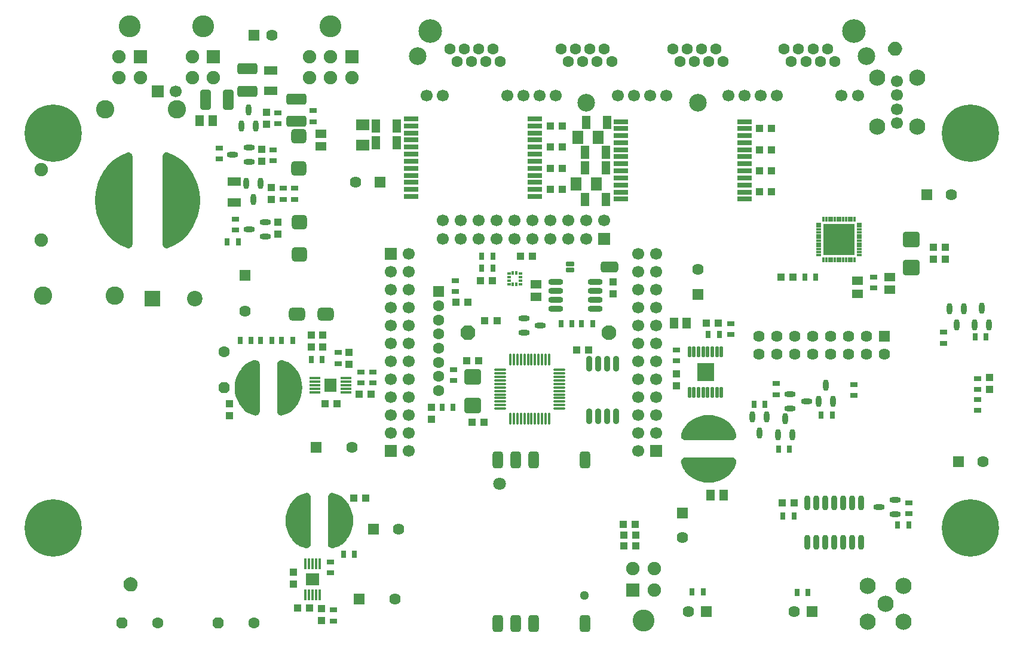
<source format=gts>
G04*
G04 #@! TF.GenerationSoftware,Altium Limited,Altium Designer,19.1.8 (144)*
G04*
G04 Layer_Color=8388736*
%FSLAX24Y24*%
%MOIN*%
G70*
G01*
G75*
%ADD48R,0.0315X0.0394*%
%ADD49R,0.0394X0.0433*%
%ADD50R,0.0610X0.0492*%
%ADD51R,0.0394X0.0315*%
%ADD52O,0.0630X0.0320*%
G04:AMPARAMS|DCode=53|XSize=114.2mil|YSize=63mil|CornerRadius=16.7mil|HoleSize=0mil|Usage=FLASHONLY|Rotation=0.000|XOffset=0mil|YOffset=0mil|HoleType=Round|Shape=RoundedRectangle|*
%AMROUNDEDRECTD53*
21,1,0.1142,0.0295,0,0,0.0*
21,1,0.0807,0.0630,0,0,0.0*
1,1,0.0335,0.0404,-0.0148*
1,1,0.0335,-0.0404,-0.0148*
1,1,0.0335,-0.0404,0.0148*
1,1,0.0335,0.0404,0.0148*
%
%ADD53ROUNDEDRECTD53*%
%ADD54O,0.0320X0.0630*%
%ADD55R,0.0728X0.0453*%
G04:AMPARAMS|DCode=56|XSize=114.2mil|YSize=63mil|CornerRadius=16.7mil|HoleSize=0mil|Usage=FLASHONLY|Rotation=270.000|XOffset=0mil|YOffset=0mil|HoleType=Round|Shape=RoundedRectangle|*
%AMROUNDEDRECTD56*
21,1,0.1142,0.0295,0,0,270.0*
21,1,0.0807,0.0630,0,0,270.0*
1,1,0.0335,-0.0148,-0.0404*
1,1,0.0335,-0.0148,0.0404*
1,1,0.0335,0.0148,0.0404*
1,1,0.0335,0.0148,-0.0404*
%
%ADD56ROUNDEDRECTD56*%
%ADD57R,0.0433X0.0394*%
%ADD58R,0.0650X0.0768*%
%ADD59O,0.0610X0.0157*%
%ADD60R,0.0768X0.0650*%
%ADD61O,0.0157X0.0610*%
%ADD62R,0.0591X0.0748*%
%ADD63R,0.0453X0.0728*%
%ADD64R,0.0748X0.0591*%
%ADD65R,0.0827X0.0291*%
G04:AMPARAMS|DCode=66|XSize=82.7mil|YSize=29.1mil|CornerRadius=8.3mil|HoleSize=0mil|Usage=FLASHONLY|Rotation=0.000|XOffset=0mil|YOffset=0mil|HoleType=Round|Shape=RoundedRectangle|*
%AMROUNDEDRECTD66*
21,1,0.0827,0.0126,0,0,0.0*
21,1,0.0661,0.0291,0,0,0.0*
1,1,0.0165,0.0331,-0.0063*
1,1,0.0165,-0.0331,-0.0063*
1,1,0.0165,-0.0331,0.0063*
1,1,0.0165,0.0331,0.0063*
%
%ADD66ROUNDEDRECTD66*%
%ADD67O,0.0335X0.0839*%
G04:AMPARAMS|DCode=68|XSize=94.5mil|YSize=59.1mil|CornerRadius=15.7mil|HoleSize=0mil|Usage=FLASHONLY|Rotation=90.000|XOffset=0mil|YOffset=0mil|HoleType=Round|Shape=RoundedRectangle|*
%AMROUNDEDRECTD68*
21,1,0.0945,0.0276,0,0,90.0*
21,1,0.0630,0.0591,0,0,90.0*
1,1,0.0315,0.0138,0.0315*
1,1,0.0315,0.0138,-0.0315*
1,1,0.0315,-0.0138,-0.0315*
1,1,0.0315,-0.0138,0.0315*
%
%ADD68ROUNDEDRECTD68*%
G04:AMPARAMS|DCode=69|XSize=86.6mil|YSize=82.7mil|CornerRadius=21.7mil|HoleSize=0mil|Usage=FLASHONLY|Rotation=180.000|XOffset=0mil|YOffset=0mil|HoleType=Round|Shape=RoundedRectangle|*
%AMROUNDEDRECTD69*
21,1,0.0866,0.0394,0,0,180.0*
21,1,0.0433,0.0827,0,0,180.0*
1,1,0.0433,-0.0217,0.0197*
1,1,0.0433,0.0217,0.0197*
1,1,0.0433,0.0217,-0.0197*
1,1,0.0433,-0.0217,-0.0197*
%
%ADD69ROUNDEDRECTD69*%
%ADD70R,0.0453X0.0591*%
%ADD71R,0.0157X0.0197*%
%ADD72R,0.0197X0.0157*%
%ADD73C,0.0039*%
%ADD74R,0.0433X0.0433*%
%ADD75R,0.0433X0.0433*%
%ADD76R,0.0945X0.1004*%
%ADD77O,0.0217X0.0630*%
%ADD78R,0.1772X0.1772*%
%ADD79R,0.0118X0.0315*%
%ADD80R,0.0315X0.0118*%
%ADD81O,0.0669X0.0157*%
%ADD82O,0.0157X0.0669*%
%ADD83R,0.0492X0.0610*%
G04:AMPARAMS|DCode=84|XSize=98.4mil|YSize=63mil|CornerRadius=16.7mil|HoleSize=0mil|Usage=FLASHONLY|Rotation=0.000|XOffset=0mil|YOffset=0mil|HoleType=Round|Shape=RoundedRectangle|*
%AMROUNDEDRECTD84*
21,1,0.0984,0.0295,0,0,0.0*
21,1,0.0650,0.0630,0,0,0.0*
1,1,0.0335,0.0325,-0.0148*
1,1,0.0335,-0.0325,-0.0148*
1,1,0.0335,-0.0325,0.0148*
1,1,0.0335,0.0325,0.0148*
%
%ADD84ROUNDEDRECTD84*%
G04:AMPARAMS|DCode=85|XSize=47.2mil|YSize=27.6mil|CornerRadius=7.9mil|HoleSize=0mil|Usage=FLASHONLY|Rotation=0.000|XOffset=0mil|YOffset=0mil|HoleType=Round|Shape=RoundedRectangle|*
%AMROUNDEDRECTD85*
21,1,0.0472,0.0118,0,0,0.0*
21,1,0.0315,0.0276,0,0,0.0*
1,1,0.0157,0.0157,-0.0059*
1,1,0.0157,-0.0157,-0.0059*
1,1,0.0157,-0.0157,0.0059*
1,1,0.0157,0.0157,0.0059*
%
%ADD85ROUNDEDRECTD85*%
%ADD86O,0.0839X0.0335*%
%ADD87O,0.0335X0.0889*%
G04:AMPARAMS|DCode=88|XSize=94.5mil|YSize=86.6mil|CornerRadius=14.4mil|HoleSize=0mil|Usage=FLASHONLY|Rotation=0.000|XOffset=0mil|YOffset=0mil|HoleType=Round|Shape=RoundedRectangle|*
%AMROUNDEDRECTD88*
21,1,0.0945,0.0579,0,0,0.0*
21,1,0.0657,0.0866,0,0,0.0*
1,1,0.0287,0.0329,-0.0289*
1,1,0.0287,-0.0329,-0.0289*
1,1,0.0287,-0.0329,0.0289*
1,1,0.0287,0.0329,0.0289*
%
%ADD88ROUNDEDRECTD88*%
%ADD89C,0.0512*%
G04:AMPARAMS|DCode=90|XSize=90.6mil|YSize=72.8mil|CornerRadius=19.2mil|HoleSize=0mil|Usage=FLASHONLY|Rotation=0.000|XOffset=0mil|YOffset=0mil|HoleType=Round|Shape=RoundedRectangle|*
%AMROUNDEDRECTD90*
21,1,0.0906,0.0344,0,0,0.0*
21,1,0.0522,0.0728,0,0,0.0*
1,1,0.0384,0.0261,-0.0172*
1,1,0.0384,-0.0261,-0.0172*
1,1,0.0384,-0.0261,0.0172*
1,1,0.0384,0.0261,0.0172*
%
%ADD90ROUNDEDRECTD90*%
%ADD91C,0.0669*%
%ADD92C,0.0630*%
%ADD93C,0.0984*%
%ADD94C,0.1319*%
%ADD95P,0.0895X8X202.5*%
%ADD96C,0.0827*%
%ADD97C,0.1220*%
%ADD98C,0.0748*%
%ADD99R,0.0748X0.0748*%
%ADD100R,0.0669X0.0669*%
%ADD101C,0.0639*%
%ADD102R,0.0639X0.0639*%
%ADD103C,0.0709*%
%ADD104P,0.0682X8X292.5*%
%ADD105R,0.0866X0.0866*%
%ADD106C,0.0866*%
%ADD107C,0.3189*%
%ADD108R,0.0639X0.0639*%
%ADD109C,0.1024*%
%ADD110C,0.0906*%
%ADD111R,0.0669X0.0669*%
%ADD112P,0.0682X8X202.5*%
%ADD113R,0.0630X0.0630*%
G36*
X49689Y38238D02*
X49785Y38198D01*
X49867Y38135D01*
X49931Y38053D01*
X49970Y37957D01*
X49984Y37854D01*
X49970Y37752D01*
X49931Y37656D01*
X49867Y37574D01*
X49785Y37510D01*
X49689Y37471D01*
X49587Y37457D01*
X49484Y37471D01*
X49388Y37510D01*
X49306Y37574D01*
X49243Y37656D01*
X49203Y37752D01*
X49190Y37854D01*
X49203Y37957D01*
X49243Y38053D01*
X49306Y38135D01*
X49388Y38198D01*
X49484Y38238D01*
X49587Y38251D01*
X49689Y38238D01*
D02*
G37*
G36*
X6882Y32062D02*
X6889Y32057D01*
X6898Y32056D01*
X6962Y32016D01*
X6968Y32009D01*
X6975Y32004D01*
X7018Y31943D01*
X7020Y31934D01*
X7025Y31927D01*
X7040Y31853D01*
X7040Y31848D01*
X7041Y31844D01*
Y26936D01*
X7040Y26931D01*
X7040Y26927D01*
X7025Y26853D01*
X7020Y26846D01*
X7018Y26837D01*
X6975Y26775D01*
X6968Y26770D01*
X6962Y26763D01*
X6898Y26724D01*
X6889Y26722D01*
X6882Y26718D01*
X6807Y26707D01*
X6799Y26709D01*
X6790Y26708D01*
X6717Y26727D01*
X6713Y26730D01*
X6709Y26730D01*
X6404Y26882D01*
X6403Y26883D01*
X6402Y26883D01*
X6188Y27005D01*
X6187Y27006D01*
X6185Y27007D01*
X5984Y27149D01*
X5983Y27151D01*
X5980Y27152D01*
X5795Y27314D01*
X5794Y27316D01*
X5792Y27317D01*
X5624Y27497D01*
X5624Y27499D01*
X5622Y27500D01*
X5473Y27696D01*
X5472Y27698D01*
X5471Y27700D01*
X5343Y27910D01*
X5342Y27912D01*
X5340Y27914D01*
X5235Y28136D01*
X5234Y28137D01*
X5234Y28138D01*
X5175Y28279D01*
X5175Y28280D01*
X5174Y28281D01*
X5096Y28493D01*
X5097Y28495D01*
X5095Y28497D01*
X5037Y28715D01*
X5037Y28716D01*
X5036Y28717D01*
X5027Y28756D01*
X5028Y28757D01*
X5027Y28758D01*
X4983Y29006D01*
X4984Y29008D01*
X4983Y29010D01*
X4961Y29260D01*
X4962Y29262D01*
X4961Y29264D01*
Y29515D01*
X4962Y29517D01*
X4961Y29519D01*
X4983Y29770D01*
X4984Y29772D01*
X4983Y29773D01*
X5027Y30021D01*
X5028Y30022D01*
X5027Y30023D01*
X5038Y30072D01*
X5039Y30073D01*
X5039Y30074D01*
X5095Y30283D01*
X5096Y30285D01*
X5096Y30287D01*
X5170Y30490D01*
X5171Y30491D01*
X5171Y30492D01*
X5233Y30640D01*
X5234Y30641D01*
X5234Y30642D01*
X5340Y30865D01*
X5342Y30866D01*
X5342Y30869D01*
X5470Y31079D01*
X5472Y31080D01*
X5473Y31083D01*
X5622Y31279D01*
X5624Y31280D01*
X5625Y31282D01*
X5793Y31463D01*
X5795Y31464D01*
X5796Y31466D01*
X5981Y31628D01*
X5983Y31629D01*
X5985Y31631D01*
X6186Y31773D01*
X6188Y31774D01*
X6189Y31776D01*
X6404Y31897D01*
X6405Y31897D01*
X6406Y31898D01*
X6709Y32049D01*
X6713Y32050D01*
X6717Y32053D01*
X6790Y32072D01*
X6799Y32071D01*
X6807Y32073D01*
X6882Y32062D01*
D02*
G37*
G36*
X8969Y32071D02*
X8978Y32072D01*
X9051Y32053D01*
X9054Y32050D01*
X9059Y32049D01*
X9363Y31897D01*
X9364Y31896D01*
X9365Y31896D01*
X9579Y31775D01*
X9581Y31773D01*
X9583Y31773D01*
X9784Y31630D01*
X9785Y31628D01*
X9787Y31628D01*
X9972Y31466D01*
X9973Y31464D01*
X9976Y31463D01*
X10143Y31283D01*
X10144Y31281D01*
X10146Y31279D01*
X10295Y31083D01*
X10295Y31081D01*
X10297Y31080D01*
X10425Y30870D01*
X10425Y30867D01*
X10427Y30866D01*
X10533Y30644D01*
X10533Y30643D01*
X10534Y30642D01*
X10593Y30500D01*
X10593Y30499D01*
X10594Y30498D01*
X10671Y30286D01*
X10671Y30284D01*
X10672Y30283D01*
X10731Y30065D01*
X10731Y30064D01*
X10731Y30063D01*
X10740Y30023D01*
X10740Y30022D01*
X10741Y30021D01*
X10784Y29774D01*
X10784Y29772D01*
X10785Y29770D01*
X10807Y29519D01*
X10806Y29517D01*
X10807Y29516D01*
Y29264D01*
X10806Y29262D01*
X10807Y29260D01*
X10785Y29010D01*
X10784Y29008D01*
X10784Y29006D01*
X10741Y28758D01*
X10740Y28758D01*
X10740Y28757D01*
X10729Y28708D01*
X10729Y28707D01*
X10729Y28706D01*
X10673Y28497D01*
X10672Y28495D01*
X10672Y28493D01*
X10597Y28289D01*
X10597Y28289D01*
X10597Y28288D01*
X10535Y28139D01*
X10534Y28138D01*
X10534Y28137D01*
X10428Y27915D01*
X10426Y27913D01*
X10426Y27911D01*
X10297Y27700D01*
X10296Y27699D01*
X10295Y27697D01*
X10146Y27501D01*
X10144Y27499D01*
X10143Y27497D01*
X9975Y27317D01*
X9973Y27316D01*
X9972Y27314D01*
X9787Y27152D01*
X9784Y27151D01*
X9783Y27149D01*
X9582Y27006D01*
X9580Y27006D01*
X9578Y27004D01*
X9364Y26883D01*
X9363Y26882D01*
X9362Y26882D01*
X9059Y26730D01*
X9054Y26730D01*
X9051Y26727D01*
X8978Y26708D01*
X8969Y26709D01*
X8960Y26707D01*
X8886Y26718D01*
X8878Y26722D01*
X8870Y26724D01*
X8805Y26763D01*
X8800Y26770D01*
X8793Y26775D01*
X8749Y26837D01*
X8748Y26846D01*
X8743Y26853D01*
X8727Y26927D01*
X8728Y26931D01*
X8726Y26936D01*
Y31844D01*
X8728Y31848D01*
X8727Y31853D01*
X8743Y31927D01*
X8748Y31934D01*
X8749Y31943D01*
X8793Y32004D01*
X8800Y32009D01*
X8805Y32016D01*
X8870Y32056D01*
X8878Y32057D01*
X8886Y32062D01*
X8960Y32073D01*
X8969Y32071D01*
D02*
G37*
G36*
X15417Y20463D02*
X15421Y20461D01*
X15425Y20461D01*
X15554Y20420D01*
X15556Y20419D01*
X15558Y20419D01*
X15708Y20359D01*
X15711Y20356D01*
X15715Y20356D01*
X15854Y20273D01*
X15856Y20270D01*
X15860Y20269D01*
X15985Y20165D01*
X15985Y20163D01*
X15987Y20162D01*
X15992Y20158D01*
X15992Y20157D01*
X15994Y20156D01*
X16143Y19990D01*
X16144Y19987D01*
X16146Y19986D01*
X16272Y19802D01*
X16273Y19799D01*
X16275Y19797D01*
X16375Y19598D01*
X16375Y19595D01*
X16377Y19593D01*
X16450Y19382D01*
X16450Y19379D01*
X16452Y19376D01*
X16496Y19158D01*
X16495Y19155D01*
X16497Y19152D01*
X16512Y18930D01*
X16511Y18927D01*
X16512Y18924D01*
X16497Y18702D01*
X16495Y18699D01*
X16496Y18696D01*
X16452Y18478D01*
X16450Y18475D01*
X16450Y18472D01*
X16377Y18262D01*
X16375Y18260D01*
X16375Y18256D01*
X16275Y18057D01*
X16273Y18055D01*
X16272Y18052D01*
X16146Y17869D01*
X16144Y17867D01*
X16143Y17864D01*
X15994Y17698D01*
X15992Y17698D01*
X15992Y17696D01*
X15989Y17694D01*
X15988Y17693D01*
X15987Y17692D01*
X15860Y17587D01*
X15857Y17586D01*
X15855Y17583D01*
X15713Y17498D01*
X15710Y17498D01*
X15707Y17495D01*
X15555Y17434D01*
X15553Y17434D01*
X15551Y17433D01*
X15417Y17391D01*
X15413Y17391D01*
X15409Y17389D01*
X15336Y17381D01*
X15329Y17383D01*
X15320Y17382D01*
X15249Y17401D01*
X15243Y17406D01*
X15235Y17408D01*
X15176Y17451D01*
X15171Y17458D01*
X15165Y17463D01*
X15125Y17525D01*
X15124Y17533D01*
X15120Y17540D01*
X15106Y17612D01*
X15107Y17616D01*
X15105Y17620D01*
Y20226D01*
X15107Y20230D01*
X15106Y20234D01*
X15120Y20308D01*
X15124Y20315D01*
X15126Y20323D01*
X15166Y20387D01*
X15173Y20392D01*
X15177Y20399D01*
X15238Y20444D01*
X15246Y20446D01*
X15253Y20451D01*
X15326Y20470D01*
X15334Y20469D01*
X15342Y20471D01*
X15417Y20463D01*
D02*
G37*
G36*
X13923Y20471D02*
X13932Y20472D01*
X14003Y20454D01*
X14009Y20449D01*
X14017Y20447D01*
X14076Y20403D01*
X14081Y20396D01*
X14087Y20391D01*
X14126Y20329D01*
X14128Y20321D01*
X14132Y20314D01*
X14146Y20242D01*
X14145Y20238D01*
X14147Y20234D01*
Y17628D01*
X14145Y17624D01*
X14146Y17620D01*
X14132Y17546D01*
X14127Y17539D01*
X14126Y17531D01*
X14086Y17467D01*
X14079Y17462D01*
X14075Y17455D01*
X14014Y17410D01*
X14006Y17408D01*
X13999Y17403D01*
X13926Y17384D01*
X13918Y17385D01*
X13910Y17383D01*
X13835Y17392D01*
X13831Y17394D01*
X13827Y17393D01*
X13698Y17434D01*
X13696Y17435D01*
X13694Y17435D01*
X13543Y17496D01*
X13541Y17498D01*
X13537Y17499D01*
X13398Y17582D01*
X13396Y17585D01*
X13392Y17586D01*
X13267Y17690D01*
X13266Y17691D01*
X13265Y17692D01*
X13260Y17696D01*
X13260Y17698D01*
X13258Y17698D01*
X13109Y17864D01*
X13108Y17867D01*
X13106Y17869D01*
X12980Y18053D01*
X12979Y18055D01*
X12977Y18057D01*
X12877Y18256D01*
X12877Y18260D01*
X12875Y18262D01*
X12802Y18472D01*
X12802Y18475D01*
X12800Y18478D01*
X12756Y18696D01*
X12757Y18699D01*
X12755Y18702D01*
X12740Y18924D01*
X12741Y18927D01*
X12740Y18930D01*
X12755Y19152D01*
X12757Y19155D01*
X12756Y19158D01*
X12800Y19376D01*
X12802Y19379D01*
X12802Y19382D01*
X12875Y19593D01*
X12877Y19595D01*
X12877Y19598D01*
X12977Y19797D01*
X12979Y19799D01*
X12980Y19802D01*
X13106Y19986D01*
X13108Y19987D01*
X13109Y19990D01*
X13258Y20156D01*
X13260Y20157D01*
X13260Y20158D01*
X13263Y20160D01*
X13264Y20161D01*
X13265Y20163D01*
X13392Y20268D01*
X13395Y20269D01*
X13397Y20272D01*
X13539Y20356D01*
X13542Y20356D01*
X13545Y20359D01*
X13697Y20420D01*
X13699Y20420D01*
X13701Y20421D01*
X13835Y20463D01*
X13839Y20463D01*
X13843Y20465D01*
X13916Y20474D01*
X13923Y20471D01*
D02*
G37*
G36*
X39408Y17392D02*
X39411Y17391D01*
X39414Y17392D01*
X39632Y17347D01*
X39635Y17346D01*
X39638Y17346D01*
X39848Y17273D01*
X39851Y17271D01*
X39854Y17271D01*
X40053Y17171D01*
X40055Y17168D01*
X40058Y17168D01*
X40242Y17042D01*
X40243Y17040D01*
X40246Y17038D01*
X40412Y16889D01*
X40413Y16888D01*
X40414Y16887D01*
X40416Y16885D01*
X40417Y16883D01*
X40418Y16883D01*
X40524Y16756D01*
X40525Y16753D01*
X40528Y16750D01*
X40612Y16609D01*
X40612Y16606D01*
X40615Y16603D01*
X40676Y16450D01*
X40676Y16448D01*
X40677Y16447D01*
X40719Y16313D01*
X40719Y16309D01*
X40721Y16305D01*
X40729Y16232D01*
X40727Y16224D01*
X40728Y16216D01*
X40709Y16145D01*
X40704Y16138D01*
X40703Y16130D01*
X40659Y16071D01*
X40652Y16067D01*
X40647Y16060D01*
X40585Y16021D01*
X40577Y16020D01*
X40570Y16015D01*
X40498Y16002D01*
X40494Y16002D01*
X40490Y16001D01*
X37884D01*
X37880Y16002D01*
X37876Y16002D01*
X37802Y16016D01*
X37795Y16020D01*
X37787Y16022D01*
X37723Y16062D01*
X37718Y16069D01*
X37711Y16073D01*
X37666Y16134D01*
X37664Y16142D01*
X37659Y16148D01*
X37640Y16221D01*
X37641Y16230D01*
X37639Y16238D01*
X37648Y16313D01*
X37650Y16316D01*
X37649Y16321D01*
X37690Y16450D01*
X37691Y16451D01*
X37691Y16453D01*
X37751Y16604D01*
X37754Y16607D01*
X37754Y16610D01*
X37838Y16750D01*
X37841Y16752D01*
X37842Y16755D01*
X37945Y16880D01*
X37947Y16881D01*
X37948Y16883D01*
X37952Y16887D01*
X37954Y16888D01*
X37954Y16889D01*
X38120Y17038D01*
X38123Y17040D01*
X38124Y17042D01*
X38308Y17168D01*
X38311Y17168D01*
X38313Y17171D01*
X38512Y17271D01*
X38515Y17271D01*
X38518Y17273D01*
X38728Y17346D01*
X38731Y17346D01*
X38734Y17347D01*
X38952Y17392D01*
X38955Y17391D01*
X38958Y17392D01*
X39180Y17407D01*
X39183Y17406D01*
X39186Y17407D01*
X39408Y17392D01*
D02*
G37*
G36*
X40486Y15041D02*
X40490Y15042D01*
X40564Y15028D01*
X40571Y15023D01*
X40579Y15022D01*
X40643Y14981D01*
X40648Y14975D01*
X40655Y14970D01*
X40700Y14910D01*
X40702Y14902D01*
X40707Y14895D01*
X40726Y14822D01*
X40725Y14814D01*
X40727Y14806D01*
X40719Y14731D01*
X40716Y14727D01*
X40717Y14723D01*
X40676Y14593D01*
X40675Y14592D01*
X40675Y14590D01*
X40615Y14439D01*
X40612Y14437D01*
X40612Y14433D01*
X40528Y14294D01*
X40526Y14291D01*
X40525Y14288D01*
X40421Y14163D01*
X40419Y14162D01*
X40418Y14160D01*
X40414Y14156D01*
X40412Y14155D01*
X40412Y14154D01*
X40246Y14005D01*
X40243Y14004D01*
X40242Y14001D01*
X40058Y13876D01*
X40055Y13875D01*
X40053Y13873D01*
X39854Y13772D01*
X39851Y13772D01*
X39848Y13770D01*
X39638Y13697D01*
X39635Y13698D01*
X39632Y13696D01*
X39414Y13652D01*
X39411Y13652D01*
X39408Y13651D01*
X39186Y13636D01*
X39183Y13637D01*
X39180Y13636D01*
X38958Y13651D01*
X38955Y13652D01*
X38952Y13652D01*
X38734Y13696D01*
X38731Y13698D01*
X38728Y13697D01*
X38518Y13770D01*
X38515Y13772D01*
X38512Y13772D01*
X38313Y13873D01*
X38311Y13875D01*
X38308Y13876D01*
X38124Y14001D01*
X38123Y14004D01*
X38120Y14005D01*
X37954Y14154D01*
X37954Y14155D01*
X37952Y14156D01*
X37950Y14158D01*
X37949Y14160D01*
X37948Y14161D01*
X37842Y14287D01*
X37841Y14291D01*
X37839Y14293D01*
X37754Y14434D01*
X37754Y14438D01*
X37751Y14440D01*
X37690Y14593D01*
X37690Y14595D01*
X37689Y14596D01*
X37647Y14730D01*
X37647Y14735D01*
X37645Y14738D01*
X37637Y14811D01*
X37639Y14819D01*
X37638Y14827D01*
X37657Y14898D01*
X37662Y14905D01*
X37664Y14913D01*
X37707Y14972D01*
X37714Y14976D01*
X37719Y14983D01*
X37781Y15022D01*
X37789Y15024D01*
X37796Y15028D01*
X37868Y15042D01*
X37872Y15041D01*
X37876Y15043D01*
X40482D01*
X40486Y15041D01*
D02*
G37*
G36*
X18261Y13051D02*
X18265Y13049D01*
X18269Y13050D01*
X18399Y13009D01*
X18400Y13008D01*
X18402Y13008D01*
X18553Y12947D01*
X18555Y12945D01*
X18559Y12944D01*
X18699Y12861D01*
X18701Y12858D01*
X18704Y12857D01*
X18829Y12753D01*
X18830Y12752D01*
X18832Y12751D01*
X18836Y12747D01*
X18837Y12745D01*
X18838Y12744D01*
X18987Y12579D01*
X18988Y12576D01*
X18991Y12574D01*
X19117Y12390D01*
X19117Y12387D01*
X19120Y12385D01*
X19220Y12186D01*
X19220Y12183D01*
X19222Y12181D01*
X19295Y11971D01*
X19295Y11968D01*
X19296Y11965D01*
X19340Y11747D01*
X19340Y11744D01*
X19341Y11741D01*
X19356Y11519D01*
X19355Y11516D01*
X19356Y11513D01*
X19341Y11291D01*
X19340Y11288D01*
X19340Y11285D01*
X19296Y11066D01*
X19295Y11064D01*
X19295Y11061D01*
X19222Y10850D01*
X19220Y10848D01*
X19220Y10845D01*
X19120Y10646D01*
X19117Y10644D01*
X19117Y10641D01*
X18991Y10457D01*
X18988Y10455D01*
X18987Y10453D01*
X18838Y10287D01*
X18837Y10286D01*
X18836Y10285D01*
X18834Y10283D01*
X18832Y10282D01*
X18831Y10280D01*
X18705Y10175D01*
X18701Y10174D01*
X18699Y10171D01*
X18558Y10087D01*
X18554Y10086D01*
X18552Y10084D01*
X18399Y10023D01*
X18397Y10023D01*
X18396Y10022D01*
X18262Y9980D01*
X18258Y9980D01*
X18254Y9978D01*
X18181Y9969D01*
X18173Y9972D01*
X18165Y9971D01*
X18094Y9989D01*
X18087Y9994D01*
X18079Y9996D01*
X18020Y10040D01*
X18016Y10047D01*
X18009Y10052D01*
X17970Y10114D01*
X17969Y10122D01*
X17964Y10129D01*
X17950Y10201D01*
X17951Y10205D01*
X17950Y10209D01*
Y12815D01*
X17951Y12819D01*
X17950Y12823D01*
X17964Y12897D01*
X17969Y12904D01*
X17970Y12912D01*
X18011Y12976D01*
X18017Y12981D01*
X18022Y12988D01*
X18083Y13033D01*
X18091Y13034D01*
X18097Y13039D01*
X18170Y13059D01*
X18178Y13058D01*
X18186Y13060D01*
X18261Y13051D01*
D02*
G37*
G36*
X16768Y13060D02*
X16776Y13061D01*
X16847Y13042D01*
X16854Y13037D01*
X16862Y13035D01*
X16921Y12992D01*
X16925Y12985D01*
X16932Y12980D01*
X16971Y12918D01*
X16972Y12910D01*
X16977Y12903D01*
X16991Y12831D01*
X16990Y12826D01*
X16991Y12823D01*
Y10217D01*
X16990Y10213D01*
X16991Y10209D01*
X16976Y10135D01*
X16972Y10128D01*
X16971Y10119D01*
X16930Y10056D01*
X16924Y10051D01*
X16919Y10044D01*
X16858Y9999D01*
X16850Y9997D01*
X16844Y9992D01*
X16771Y9973D01*
X16763Y9974D01*
X16755Y9972D01*
X16680Y9980D01*
X16676Y9982D01*
X16672Y9982D01*
X16542Y10022D01*
X16541Y10024D01*
X16539Y10024D01*
X16388Y10084D01*
X16385Y10087D01*
X16382Y10087D01*
X16242Y10170D01*
X16240Y10173D01*
X16237Y10174D01*
X16112Y10278D01*
X16111Y10280D01*
X16109Y10280D01*
X16105Y10285D01*
X16104Y10286D01*
X16103Y10287D01*
X15954Y10453D01*
X15953Y10455D01*
X15950Y10457D01*
X15824Y10641D01*
X15824Y10644D01*
X15821Y10646D01*
X15721Y10845D01*
X15721Y10848D01*
X15719Y10850D01*
X15646Y11061D01*
X15646Y11064D01*
X15645Y11066D01*
X15600Y11285D01*
X15601Y11288D01*
X15600Y11291D01*
X15585Y11513D01*
X15586Y11516D01*
X15585Y11519D01*
X15600Y11741D01*
X15601Y11744D01*
X15600Y11747D01*
X15645Y11965D01*
X15646Y11968D01*
X15646Y11971D01*
X15719Y12181D01*
X15721Y12183D01*
X15721Y12186D01*
X15821Y12385D01*
X15824Y12387D01*
X15824Y12390D01*
X15950Y12574D01*
X15953Y12576D01*
X15954Y12579D01*
X16103Y12745D01*
X16104Y12745D01*
X16105Y12747D01*
X16107Y12749D01*
X16109Y12750D01*
X16110Y12751D01*
X16236Y12856D01*
X16240Y12857D01*
X16242Y12860D01*
X16383Y12945D01*
X16387Y12945D01*
X16389Y12948D01*
X16542Y13009D01*
X16544Y13009D01*
X16545Y13010D01*
X16679Y13052D01*
X16683Y13052D01*
X16687Y13054D01*
X16760Y13062D01*
X16768Y13060D01*
D02*
G37*
G36*
X7042Y8346D02*
X7138Y8306D01*
X7220Y8243D01*
X7283Y8161D01*
X7323Y8065D01*
X7336Y7963D01*
X7323Y7860D01*
X7283Y7764D01*
X7220Y7682D01*
X7138Y7619D01*
X7042Y7579D01*
X6939Y7566D01*
X6836Y7579D01*
X6740Y7619D01*
X6658Y7682D01*
X6595Y7764D01*
X6555Y7860D01*
X6542Y7963D01*
X6555Y8065D01*
X6595Y8161D01*
X6658Y8243D01*
X6740Y8306D01*
X6836Y8346D01*
X6939Y8360D01*
X7042Y8346D01*
D02*
G37*
D48*
X12333Y27077D02*
D03*
X12943D02*
D03*
X13661Y21565D02*
D03*
X13051D02*
D03*
X14813D02*
D03*
X14203D02*
D03*
X15974D02*
D03*
X15364D02*
D03*
X19429Y9626D02*
D03*
X18819D02*
D03*
X43337Y11772D02*
D03*
X43947D02*
D03*
X50344Y11270D02*
D03*
X49734D02*
D03*
X38268Y7530D02*
D03*
X38878D02*
D03*
X27146Y25620D02*
D03*
X26536D02*
D03*
X27146Y26280D02*
D03*
X26536D02*
D03*
X24921Y17854D02*
D03*
X24311D02*
D03*
X17008Y20502D02*
D03*
X17618D02*
D03*
X44724Y7520D02*
D03*
X44114D02*
D03*
X43681Y15512D02*
D03*
X43071D02*
D03*
X41723Y18012D02*
D03*
X42333D02*
D03*
X46073Y17402D02*
D03*
X45463D02*
D03*
X39164Y21890D02*
D03*
X39774D02*
D03*
X31555Y22490D02*
D03*
X30945D02*
D03*
X32097D02*
D03*
X32707D02*
D03*
X54655Y21762D02*
D03*
X54045D02*
D03*
X45157Y25089D02*
D03*
X44547D02*
D03*
D49*
X15148Y27510D02*
D03*
Y28179D02*
D03*
X14793Y29449D02*
D03*
Y30118D02*
D03*
X14242Y32224D02*
D03*
Y31555D02*
D03*
X19134Y20896D02*
D03*
Y20226D02*
D03*
X12441Y17362D02*
D03*
Y18032D02*
D03*
X16024Y8632D02*
D03*
Y7963D02*
D03*
X17589Y5925D02*
D03*
Y6594D02*
D03*
X14508Y33622D02*
D03*
Y34291D02*
D03*
X23730Y17854D02*
D03*
Y17185D02*
D03*
X17638Y21860D02*
D03*
Y21191D02*
D03*
X17018Y21860D02*
D03*
Y21191D02*
D03*
X54852Y19498D02*
D03*
Y18829D02*
D03*
X37382Y19045D02*
D03*
Y19715D02*
D03*
X33839Y24173D02*
D03*
Y24843D02*
D03*
D50*
X17559Y33110D02*
D03*
Y32402D02*
D03*
X29547Y24705D02*
D03*
Y23996D02*
D03*
X47490Y24892D02*
D03*
Y24183D02*
D03*
X49301Y24409D02*
D03*
Y25118D02*
D03*
D51*
X12785Y27736D02*
D03*
Y28346D02*
D03*
X16073Y30059D02*
D03*
Y29449D02*
D03*
X15453Y30059D02*
D03*
Y29449D02*
D03*
X14892Y32215D02*
D03*
Y31605D02*
D03*
X11890Y31703D02*
D03*
Y32313D02*
D03*
X20453Y19193D02*
D03*
Y19803D02*
D03*
X18524Y20896D02*
D03*
Y20286D02*
D03*
X19793Y19803D02*
D03*
Y19193D02*
D03*
X18100Y8602D02*
D03*
Y9212D02*
D03*
X18238Y5915D02*
D03*
Y6525D02*
D03*
X50344Y12500D02*
D03*
Y11890D02*
D03*
X52283Y21418D02*
D03*
Y22028D02*
D03*
X17136Y34390D02*
D03*
Y33780D02*
D03*
X15148Y34281D02*
D03*
Y33671D02*
D03*
X24961Y19941D02*
D03*
Y19331D02*
D03*
X25059Y24911D02*
D03*
Y24301D02*
D03*
X54183Y18268D02*
D03*
Y17658D02*
D03*
X54183Y19439D02*
D03*
Y18829D02*
D03*
X42963Y19163D02*
D03*
Y18553D02*
D03*
X47293Y19114D02*
D03*
Y18504D02*
D03*
X40423Y21890D02*
D03*
Y22500D02*
D03*
X37382Y21033D02*
D03*
Y20423D02*
D03*
X48376Y24508D02*
D03*
Y25118D02*
D03*
D52*
X14454Y27382D02*
D03*
Y28182D02*
D03*
X13544Y27782D02*
D03*
X12628Y31926D02*
D03*
X13538Y31526D02*
D03*
Y32326D02*
D03*
X49601Y11880D02*
D03*
Y12680D02*
D03*
X48691Y12280D02*
D03*
X29783Y22415D02*
D03*
X28873Y22015D02*
D03*
Y22815D02*
D03*
X44645Y18163D02*
D03*
X43735Y17763D02*
D03*
Y18563D02*
D03*
D53*
X16181Y35049D02*
D03*
Y33789D02*
D03*
X13445Y35463D02*
D03*
Y36722D02*
D03*
D54*
X13396Y30354D02*
D03*
X14196D02*
D03*
X13796Y29444D02*
D03*
X13930Y33529D02*
D03*
X13130D02*
D03*
X13530Y34439D02*
D03*
X53425Y23336D02*
D03*
X52625D02*
D03*
X53025Y22426D02*
D03*
X54035Y22446D02*
D03*
X54835D02*
D03*
X54435Y23356D02*
D03*
X43461Y17214D02*
D03*
X43861Y16304D02*
D03*
X43061D02*
D03*
X42031Y16388D02*
D03*
X41631Y17298D02*
D03*
X42431D02*
D03*
X45725Y19084D02*
D03*
X46125Y18174D02*
D03*
X45325D02*
D03*
D55*
X12726Y30423D02*
D03*
Y29281D02*
D03*
X14764Y36654D02*
D03*
Y35512D02*
D03*
D56*
X12392Y34990D02*
D03*
X11132D02*
D03*
D57*
X18455Y18031D02*
D03*
X17785D02*
D03*
X20364Y18573D02*
D03*
X19695D02*
D03*
X19400Y12766D02*
D03*
X20069D02*
D03*
X16240Y6634D02*
D03*
X16909D02*
D03*
X42677Y29862D02*
D03*
X42008D02*
D03*
X42677Y31033D02*
D03*
X42008D02*
D03*
X42677Y32215D02*
D03*
X42008D02*
D03*
X42677Y33396D02*
D03*
X42008D02*
D03*
X31014Y31181D02*
D03*
X30344D02*
D03*
X31014Y30000D02*
D03*
X30344D02*
D03*
X31014Y32372D02*
D03*
X30344D02*
D03*
X31014Y33533D02*
D03*
X30344D02*
D03*
X34439Y10108D02*
D03*
X35108D02*
D03*
X43278Y12500D02*
D03*
X43947D02*
D03*
X35098Y11289D02*
D03*
X34429D02*
D03*
X35108Y10699D02*
D03*
X34439D02*
D03*
X28691Y26270D02*
D03*
X29360D02*
D03*
X26457Y24911D02*
D03*
X27126D02*
D03*
X27372Y22667D02*
D03*
X26703D02*
D03*
X25748Y23701D02*
D03*
X25079D02*
D03*
X39715Y22539D02*
D03*
X39045D02*
D03*
X32500Y21024D02*
D03*
X31831D02*
D03*
X25689Y20443D02*
D03*
X26358D02*
D03*
X26663Y17018D02*
D03*
X25994D02*
D03*
X43888Y25089D02*
D03*
X43218D02*
D03*
X52382Y26762D02*
D03*
X51713D02*
D03*
X52392Y26102D02*
D03*
X51722D02*
D03*
D58*
X18091Y19075D02*
D03*
D59*
X17224Y18681D02*
D03*
Y18878D02*
D03*
Y19075D02*
D03*
Y19272D02*
D03*
Y19468D02*
D03*
X18957D02*
D03*
Y19272D02*
D03*
Y19075D02*
D03*
Y18878D02*
D03*
Y18681D02*
D03*
D60*
X17096Y8228D02*
D03*
D61*
X16703Y9094D02*
D03*
X16900D02*
D03*
X17096D02*
D03*
X17293D02*
D03*
X17490D02*
D03*
Y7362D02*
D03*
X17293D02*
D03*
X17096D02*
D03*
X16900D02*
D03*
X16703D02*
D03*
D62*
X32913Y30315D02*
D03*
X31772D02*
D03*
X33022Y32894D02*
D03*
X31880D02*
D03*
D63*
X32303Y31211D02*
D03*
X33445D02*
D03*
X32303Y29449D02*
D03*
X33445D02*
D03*
X32303Y32077D02*
D03*
X33445D02*
D03*
X32362Y33740D02*
D03*
X33504D02*
D03*
X20630Y32618D02*
D03*
X21772D02*
D03*
X20630Y33543D02*
D03*
X21772D02*
D03*
D64*
X19872Y32461D02*
D03*
Y33602D02*
D03*
D65*
X22589Y33933D02*
D03*
X34291Y33785D02*
D03*
D66*
X29488Y33933D02*
D03*
X22589Y33543D02*
D03*
Y33150D02*
D03*
Y32756D02*
D03*
Y32362D02*
D03*
Y30787D02*
D03*
Y31181D02*
D03*
Y31575D02*
D03*
Y31969D02*
D03*
Y29606D02*
D03*
Y30000D02*
D03*
Y30394D02*
D03*
X29478D02*
D03*
Y30000D02*
D03*
Y29606D02*
D03*
Y31969D02*
D03*
Y31575D02*
D03*
Y31181D02*
D03*
Y30787D02*
D03*
Y32362D02*
D03*
Y32756D02*
D03*
Y33150D02*
D03*
Y33543D02*
D03*
X41191Y33785D02*
D03*
X34291Y33396D02*
D03*
Y33002D02*
D03*
Y32608D02*
D03*
Y32215D02*
D03*
Y30640D02*
D03*
Y31033D02*
D03*
Y31427D02*
D03*
Y31821D02*
D03*
Y29459D02*
D03*
Y29852D02*
D03*
Y30246D02*
D03*
X41181D02*
D03*
Y29852D02*
D03*
Y29459D02*
D03*
Y31821D02*
D03*
Y31427D02*
D03*
Y31033D02*
D03*
Y30640D02*
D03*
Y32215D02*
D03*
Y32608D02*
D03*
Y33002D02*
D03*
Y33396D02*
D03*
D67*
X44701Y10295D02*
D03*
X45201D02*
D03*
X44701Y12495D02*
D03*
X45201D02*
D03*
X47701Y10295D02*
D03*
X46201D02*
D03*
X46701D02*
D03*
X47201D02*
D03*
X47701Y12495D02*
D03*
X46201D02*
D03*
X46701D02*
D03*
X47201D02*
D03*
X45701Y10295D02*
D03*
Y12495D02*
D03*
D68*
X32303Y5758D02*
D03*
X28421D02*
D03*
X29421D02*
D03*
X32303Y14892D02*
D03*
X28421D02*
D03*
X29421D02*
D03*
X27421Y5758D02*
D03*
Y14892D02*
D03*
D69*
X16319Y32972D02*
D03*
Y31161D02*
D03*
X16358Y28169D02*
D03*
Y26358D02*
D03*
D70*
X11535Y33848D02*
D03*
X10787D02*
D03*
D71*
X28268Y25325D02*
D03*
X28465D02*
D03*
Y24695D02*
D03*
X28268D02*
D03*
D72*
X28681Y25305D02*
D03*
Y25108D02*
D03*
Y24911D02*
D03*
Y24715D02*
D03*
X28051D02*
D03*
Y24911D02*
D03*
Y25108D02*
D03*
Y25305D02*
D03*
D73*
X9754Y29390D02*
D03*
X6014D02*
D03*
D74*
X39183Y16572D02*
D03*
Y14472D02*
D03*
D75*
X16420Y11516D02*
D03*
X18520D02*
D03*
X13576Y18927D02*
D03*
X15676D02*
D03*
D76*
X39006Y19803D02*
D03*
D77*
X38110Y20945D02*
D03*
X38366D02*
D03*
X38622D02*
D03*
X38878D02*
D03*
X39134D02*
D03*
X39390D02*
D03*
X39646D02*
D03*
X39902D02*
D03*
Y18661D02*
D03*
X39646D02*
D03*
X39390D02*
D03*
X39134D02*
D03*
X38878D02*
D03*
X38622D02*
D03*
X38366D02*
D03*
X38110D02*
D03*
D78*
X46457Y27215D02*
D03*
D79*
X47323Y28346D02*
D03*
X47165D02*
D03*
X47008D02*
D03*
X46850D02*
D03*
X46693D02*
D03*
X46535D02*
D03*
X46378D02*
D03*
X46220D02*
D03*
X46063D02*
D03*
X45906D02*
D03*
X45748D02*
D03*
X45591D02*
D03*
Y26083D02*
D03*
X45748D02*
D03*
X45906D02*
D03*
X46063D02*
D03*
X46220D02*
D03*
X46378D02*
D03*
X46535D02*
D03*
X46693D02*
D03*
X46850D02*
D03*
X47008D02*
D03*
X47165D02*
D03*
X47323D02*
D03*
D80*
X45325Y28081D02*
D03*
Y27923D02*
D03*
Y27766D02*
D03*
Y27608D02*
D03*
Y27451D02*
D03*
Y27293D02*
D03*
Y27136D02*
D03*
Y26978D02*
D03*
Y26821D02*
D03*
Y26663D02*
D03*
Y26506D02*
D03*
Y26348D02*
D03*
X47589D02*
D03*
Y26506D02*
D03*
Y26663D02*
D03*
Y26821D02*
D03*
Y26978D02*
D03*
Y27136D02*
D03*
Y27293D02*
D03*
Y27451D02*
D03*
Y27608D02*
D03*
Y27766D02*
D03*
Y27923D02*
D03*
Y28081D02*
D03*
D81*
X27549Y18750D02*
D03*
Y18947D02*
D03*
Y19144D02*
D03*
Y19341D02*
D03*
Y19537D02*
D03*
Y19734D02*
D03*
Y19931D02*
D03*
Y17766D02*
D03*
Y17963D02*
D03*
Y18159D02*
D03*
Y18356D02*
D03*
Y18553D02*
D03*
X30856Y18947D02*
D03*
Y18750D02*
D03*
Y19931D02*
D03*
Y19734D02*
D03*
Y19537D02*
D03*
Y19341D02*
D03*
Y19144D02*
D03*
Y18553D02*
D03*
Y18356D02*
D03*
Y18159D02*
D03*
Y17963D02*
D03*
Y17766D02*
D03*
D82*
X30089Y20502D02*
D03*
X30285D02*
D03*
Y17195D02*
D03*
X30089D02*
D03*
X28120Y20502D02*
D03*
X28317D02*
D03*
X28514D02*
D03*
X28711D02*
D03*
X28907D02*
D03*
X29104D02*
D03*
X29301D02*
D03*
X29498D02*
D03*
X29695D02*
D03*
X29892D02*
D03*
Y17195D02*
D03*
X29695D02*
D03*
X29498D02*
D03*
X29301D02*
D03*
X29104D02*
D03*
X28907D02*
D03*
X28711D02*
D03*
X28514D02*
D03*
X28317D02*
D03*
X28120D02*
D03*
D83*
X37244Y22549D02*
D03*
X37953D02*
D03*
X40010Y12943D02*
D03*
X39301D02*
D03*
D84*
X33652Y25669D02*
D03*
D85*
X31467Y25846D02*
D03*
Y25492D02*
D03*
D86*
X32850Y23848D02*
D03*
X30650D02*
D03*
X32850Y23348D02*
D03*
X30650D02*
D03*
X32850Y24848D02*
D03*
Y24348D02*
D03*
X30650D02*
D03*
Y24848D02*
D03*
D87*
X33506Y20273D02*
D03*
Y17323D02*
D03*
X32506Y20273D02*
D03*
X33006D02*
D03*
X34006D02*
D03*
X32506Y17323D02*
D03*
X33006D02*
D03*
X34006D02*
D03*
D88*
X26033Y19528D02*
D03*
Y17953D02*
D03*
X50492Y25630D02*
D03*
Y27205D02*
D03*
D89*
X6939Y7963D02*
D03*
X49587Y37854D02*
D03*
X32244Y7352D02*
D03*
D90*
X16220Y23051D02*
D03*
X17835D02*
D03*
D91*
X47504Y35254D02*
D03*
X46602D02*
D03*
X42093D02*
D03*
X42994D02*
D03*
X41191D02*
D03*
X40289D02*
D03*
X30656D02*
D03*
X29754D02*
D03*
X27951D02*
D03*
X28852D02*
D03*
X24343D02*
D03*
X23441D02*
D03*
X34120D02*
D03*
X35022D02*
D03*
X36825D02*
D03*
X35923D02*
D03*
X9455Y35463D02*
D03*
X49695Y33691D02*
D03*
Y34478D02*
D03*
Y35266D02*
D03*
Y36053D02*
D03*
X36240Y17394D02*
D03*
X35240D02*
D03*
X36240Y18394D02*
D03*
Y16394D02*
D03*
X35240Y18394D02*
D03*
Y16394D02*
D03*
Y19396D02*
D03*
Y21396D02*
D03*
X36240Y19396D02*
D03*
Y21396D02*
D03*
X35240Y20396D02*
D03*
X36240D02*
D03*
Y26400D02*
D03*
X35240D02*
D03*
X36240Y25400D02*
D03*
X35240D02*
D03*
Y22398D02*
D03*
Y24398D02*
D03*
X36240Y22398D02*
D03*
Y24398D02*
D03*
X35240Y23398D02*
D03*
X36240D02*
D03*
X35240Y15394D02*
D03*
X30344Y27254D02*
D03*
Y28258D02*
D03*
X31344Y27254D02*
D03*
X29344D02*
D03*
X31344Y28258D02*
D03*
X29344D02*
D03*
X32343D02*
D03*
Y27254D02*
D03*
X33346Y28258D02*
D03*
X27343Y27254D02*
D03*
Y28258D02*
D03*
X28343Y27254D02*
D03*
X26343D02*
D03*
X28343Y28258D02*
D03*
X26343D02*
D03*
X25341D02*
D03*
Y27254D02*
D03*
X24341Y28258D02*
D03*
Y27254D02*
D03*
X22441Y26398D02*
D03*
X21447Y18394D02*
D03*
X22441D02*
D03*
X21447Y17394D02*
D03*
Y19394D02*
D03*
X22441Y17394D02*
D03*
Y19394D02*
D03*
Y16392D02*
D03*
X21447D02*
D03*
X22441Y15392D02*
D03*
X21447Y21396D02*
D03*
X22441D02*
D03*
X21447Y20396D02*
D03*
Y22396D02*
D03*
X22441Y20396D02*
D03*
Y22396D02*
D03*
Y25398D02*
D03*
Y23398D02*
D03*
X21447Y25398D02*
D03*
Y23398D02*
D03*
X22441Y24398D02*
D03*
X21447D02*
D03*
D92*
X25945Y37144D02*
D03*
X26346Y37844D02*
D03*
X25543D02*
D03*
X26748Y37144D02*
D03*
X27150Y37844D02*
D03*
X27551Y37144D02*
D03*
X25142D02*
D03*
X24740Y37844D02*
D03*
X43400D02*
D03*
X43801Y37144D02*
D03*
X46211D02*
D03*
X45809Y37844D02*
D03*
X45407Y37144D02*
D03*
X44203Y37844D02*
D03*
X45006D02*
D03*
X44604Y37144D02*
D03*
X38386D02*
D03*
X38787Y37844D02*
D03*
X37984D02*
D03*
X39189Y37144D02*
D03*
X39591Y37844D02*
D03*
X39992Y37144D02*
D03*
X37583D02*
D03*
X37181Y37844D02*
D03*
X30961D02*
D03*
X31362Y37144D02*
D03*
X33772D02*
D03*
X33370Y37844D02*
D03*
X32968Y37144D02*
D03*
X31764Y37844D02*
D03*
X32567D02*
D03*
X32165Y37144D02*
D03*
X12154Y20949D02*
D03*
X8469Y5809D02*
D03*
X24134Y21929D02*
D03*
Y21142D02*
D03*
Y22717D02*
D03*
Y23504D02*
D03*
Y20354D02*
D03*
Y19567D02*
D03*
Y18780D02*
D03*
X13833Y5809D02*
D03*
D93*
X22953Y37447D02*
D03*
X47992D02*
D03*
X32362Y34852D02*
D03*
X38583D02*
D03*
D94*
X23642Y38848D02*
D03*
X47303D02*
D03*
D95*
X25738Y21988D02*
D03*
D96*
X33612D02*
D03*
D97*
X18100Y39104D02*
D03*
X35561Y5947D02*
D03*
X6890Y39112D02*
D03*
X10974D02*
D03*
D98*
X16919Y36230D02*
D03*
Y37411D02*
D03*
X18100Y36230D02*
D03*
X19282D02*
D03*
X18100Y37411D02*
D03*
X1959Y27156D02*
D03*
Y31093D02*
D03*
X34970Y8829D02*
D03*
X36152D02*
D03*
Y7648D02*
D03*
X6299Y37411D02*
D03*
Y36230D02*
D03*
X7480D02*
D03*
X10384Y37411D02*
D03*
Y36230D02*
D03*
X11565D02*
D03*
D99*
X19282Y37411D02*
D03*
X34970Y7648D02*
D03*
X7480Y37411D02*
D03*
X11565D02*
D03*
D100*
X8455Y35463D02*
D03*
X33346Y27254D02*
D03*
D101*
X38045Y6427D02*
D03*
X19478Y30413D02*
D03*
X54488Y14803D02*
D03*
X43967Y6427D02*
D03*
X14809Y38602D02*
D03*
X13307Y23189D02*
D03*
X52726Y29695D02*
D03*
X47976Y21791D02*
D03*
X46976D02*
D03*
X44976D02*
D03*
X43976D02*
D03*
X41976D02*
D03*
X47976Y20791D02*
D03*
X46976D02*
D03*
X44976D02*
D03*
X43976D02*
D03*
X41976D02*
D03*
X45976Y21791D02*
D03*
X42976D02*
D03*
X48976Y20791D02*
D03*
X45976D02*
D03*
X42976D02*
D03*
X38593Y25522D02*
D03*
X37736Y10571D02*
D03*
X19291Y15600D02*
D03*
X21880Y11033D02*
D03*
X21693Y7146D02*
D03*
D102*
X39045Y6427D02*
D03*
X20856Y30413D02*
D03*
X53110Y14803D02*
D03*
X44967Y6427D02*
D03*
X13809Y38602D02*
D03*
X51348Y29695D02*
D03*
X48976Y21791D02*
D03*
X17291Y15600D02*
D03*
X20502Y11033D02*
D03*
X19693Y7146D02*
D03*
D103*
X27520Y13573D02*
D03*
D104*
X12154Y18949D02*
D03*
D105*
X8159Y23907D02*
D03*
D106*
X10522D02*
D03*
D107*
X53789Y11102D02*
D03*
Y33150D02*
D03*
X2608D02*
D03*
Y11102D02*
D03*
D108*
X13307Y25189D02*
D03*
X38593Y24144D02*
D03*
X37736Y11949D02*
D03*
D109*
X5530Y34459D02*
D03*
X9530D02*
D03*
X6045Y24085D02*
D03*
X2045D02*
D03*
D110*
X50065Y7870D02*
D03*
Y5870D02*
D03*
X48065Y7870D02*
D03*
Y5870D02*
D03*
X49065Y6870D02*
D03*
X48573Y36250D02*
D03*
Y33494D02*
D03*
X50817Y36250D02*
D03*
Y33494D02*
D03*
D111*
X36240Y15394D02*
D03*
X21447Y15392D02*
D03*
Y26398D02*
D03*
D112*
X6469Y5809D02*
D03*
X11833D02*
D03*
D113*
X24134Y24291D02*
D03*
M02*

</source>
